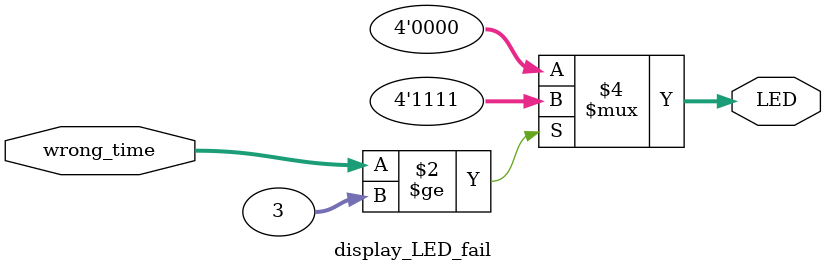
<source format=v>
`timescale 1ns / 1ps
module display_LED_fail(wrong_time,LED);  //ÓÎÏ·Ê§°Ü£¬×î×ó±ßËÄÕµµÆÈ«ÁÁ
  input wire [2:0]wrong_time; 
  output reg [3:0]LED;
  
  always @(wrong_time)
    if(wrong_time>=3) LED<=4'b1111;
	 else LED<=4'b0000;


endmodule

</source>
